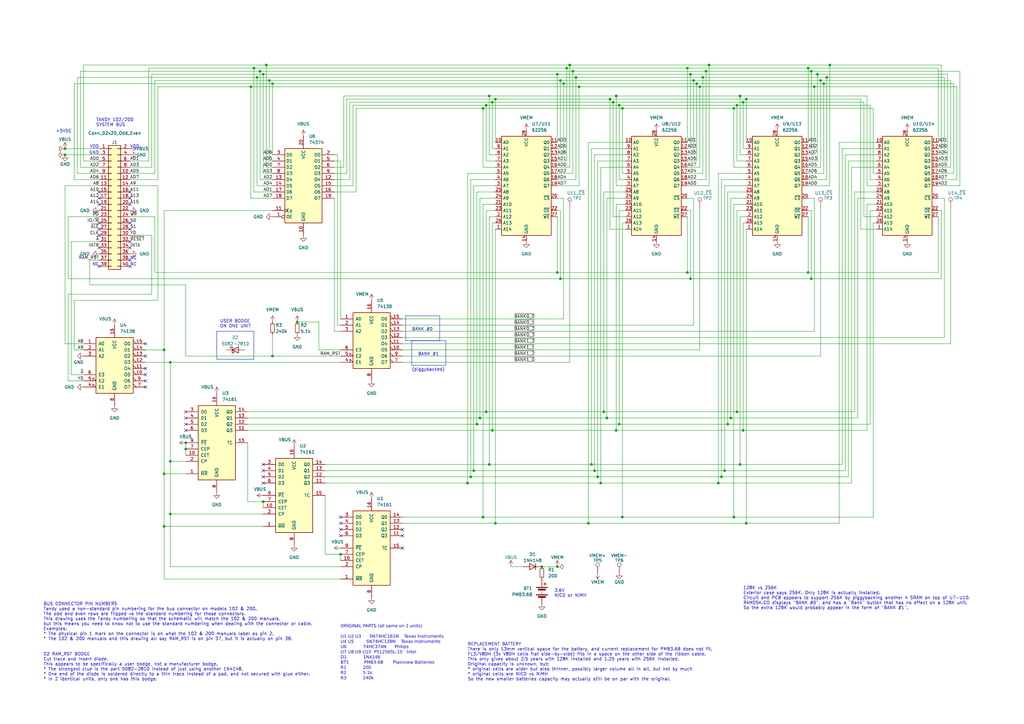
<source format=kicad_sch>
(kicad_sch (version 20230121) (generator eeschema)
  (paper "A3")
  (title_block (title "NODE DATAPAC 128K-256K") (date "2023-08-19") (rev "003") (company "Brian K. White - b.kenyon.w@gmail.com") (comment 1 "Schematic re-created from manual examination of physical units, not yet proven."))
  (junction (at 193.04 195.58))
  (junction (at 332.74 29.21))
  (junction (at 195.58 173.99))
  (junction (at 283.21 114.3))
  (junction (at 26.67 60.96))
  (junction (at 76.2 181.61))
  (junction (at 228.6 232.41))
  (junction (at 288.29 31.75))
  (junction (at 255.27 212.09))
  (junction (at 336.55 33.02))
  (junction (at 231.14 34.29))
  (junction (at 306.07 214.63))
  (junction (at 228.6 111.76))
  (junction (at 229.87 114.3))
  (junction (at 337.82 34.29))
  (junction (at 302.26 168.91))
  (junction (at 254 173.99))
  (junction (at 67.31 143.51))
  (junction (at 199.39 168.91))
  (junction (at 69.85 210.82))
  (junction (at 284.48 33.02))
  (junction (at 281.94 111.76))
  (junction (at 200.66 190.5))
  (junction (at 201.93 41.91))
  (junction (at 285.75 34.29))
  (junction (at 194.31 193.04))
  (junction (at 304.8 41.91))
  (junction (at 243.84 193.04))
  (junction (at 255.27 44.45))
  (junction (at 26.67 63.5))
  (junction (at 109.22 26.67))
  (junction (at 203.2 40.64))
  (junction (at 198.12 44.45))
  (junction (at 201.93 176.53))
  (junction (at 237.49 35.56))
  (junction (at 199.39 43.18))
  (junction (at 67.31 194.31))
  (junction (at 107.95 205.74))
  (junction (at 287.02 35.56))
  (junction (at 139.7 227.33))
  (junction (at 251.46 41.91))
  (junction (at 121.92 132.08))
  (junction (at 245.11 195.58))
  (junction (at 339.09 31.75))
  (junction (at 110.49 33.02))
  (junction (at 303.53 190.5))
  (junction (at 281.94 27.94))
  (junction (at 67.31 215.9))
  (junction (at 105.41 31.75))
  (junction (at 228.6 30.48))
  (junction (at 283.21 30.48))
  (junction (at 300.99 44.45))
  (junction (at 246.38 198.12))
  (junction (at 300.99 212.09))
  (junction (at 76.2 184.15))
  (junction (at 191.77 198.12))
  (junction (at 106.68 29.21))
  (junction (at 298.45 173.99))
  (junction (at 203.2 214.63))
  (junction (at 107.95 30.48))
  (junction (at 248.92 171.45))
  (junction (at 229.87 33.02))
  (junction (at 340.36 26.67))
  (junction (at 302.26 43.18))
  (junction (at 303.53 39.37))
  (junction (at 252.73 39.37))
  (junction (at 335.28 30.48))
  (junction (at 304.8 176.53))
  (junction (at 222.25 232.41))
  (junction (at 69.85 189.23))
  (junction (at 290.83 26.67))
  (junction (at 232.41 27.94))
  (junction (at 236.22 31.75))
  (junction (at 234.95 29.21))
  (junction (at 200.66 39.37))
  (junction (at 111.76 146.05))
  (junction (at 104.14 27.94))
  (junction (at 297.18 193.04))
  (junction (at 331.47 111.76))
  (junction (at 196.85 171.45))
  (junction (at 247.65 168.91))
  (junction (at 331.47 27.94))
  (junction (at 250.19 40.64))
  (junction (at 252.73 176.53))
  (junction (at 198.12 212.09))
  (junction (at 254 43.18))
  (junction (at 334.01 35.56))
  (junction (at 295.91 195.58))
  (junction (at 69.85 148.59))
  (junction (at 233.68 26.67))
  (junction (at 299.72 171.45))
  (junction (at 332.74 114.3))
  (junction (at 242.57 190.5))
  (junction (at 294.64 198.12))
  (junction (at 306.07 40.64))
  (junction (at 289.56 29.21))
  (junction (at 102.87 35.56))
  (junction (at 241.3 214.63))
  (junction (at 111.76 34.29))
  (no_connect (at 76.2 173.99))
  (no_connect (at 59.69 146.05))
  (no_connect (at 53.34 99.06))
  (no_connect (at 165.1 217.17))
  (no_connect (at 53.34 83.82))
  (no_connect (at 59.69 151.13))
  (no_connect (at 40.64 109.22))
  (no_connect (at 53.34 91.44))
  (no_connect (at 59.69 158.75))
  (no_connect (at 53.34 109.22))
  (no_connect (at 139.7 219.71))
  (no_connect (at 165.1 219.71))
  (no_connect (at 107.95 198.12))
  (no_connect (at 40.64 91.44))
  (no_connect (at 165.1 224.79))
  (no_connect (at 40.64 81.28))
  (no_connect (at 139.7 212.09))
  (no_connect (at 139.7 214.63))
  (no_connect (at 59.69 156.21))
  (no_connect (at 40.64 83.82))
  (no_connect (at 40.64 101.6))
  (no_connect (at 59.69 153.67))
  (no_connect (at 53.34 78.74))
  (no_connect (at 139.7 217.17))
  (no_connect (at 76.2 176.53))
  (no_connect (at 40.64 93.98))
  (no_connect (at 40.64 96.52))
  (no_connect (at 76.2 171.45))
  (no_connect (at 53.34 106.68))
  (no_connect (at 53.34 81.28))
  (no_connect (at 107.95 195.58))
  (no_connect (at 76.2 168.91))
  (no_connect (at 53.34 93.98))
  (no_connect (at 53.34 101.6))
  (no_connect (at 40.64 78.74))
  (no_connect (at 107.95 193.04))
  (no_connect (at 107.95 190.5))
  (no_connect (at 59.69 140.97))
  (wire (pts (xy 345.44 60.96) (xy 359.41 60.96)))
  (wire (pts (xy 203.2 88.9) (xy 200.66 88.9)))
  (wire (pts (xy 331.47 66.04) (xy 335.28 66.04)))
  (wire (pts (xy 109.22 26.67) (xy 233.68 26.67)))
  (wire (pts (xy 200.66 39.37) (xy 252.73 39.37)))
  (wire (pts (xy 389.89 33.02) (xy 389.89 68.58)))
  (polyline (pts (xy 104.14 147.32) (xy 104.14 135.89)))
  (wire (pts (xy 196.85 81.28) (xy 196.85 171.45)))
  (wire (pts (xy 201.93 176.53) (xy 252.73 176.53)))
  (wire (pts (xy 250.19 40.64) (xy 250.19 93.98)))
  (wire (pts (xy 143.51 41.91) (xy 143.51 73.66)))
  (wire (pts (xy 356.87 173.99) (xy 356.87 86.36)))
  (wire (pts (xy 355.6 76.2) (xy 359.41 76.2)))
  (wire (pts (xy 26.67 63.5) (xy 40.64 63.5)))
  (wire (pts (xy 228.6 30.48) (xy 283.21 30.48)))
  (wire (pts (xy 236.22 31.75) (xy 288.29 31.75)))
  (polyline (pts (xy 166.37 129.54) (xy 166.37 139.7)))
  (wire (pts (xy 335.28 30.48) (xy 335.28 66.04)))
  (wire (pts (xy 306.07 66.04) (xy 302.26 66.04)))
  (wire (pts (xy 200.66 63.5) (xy 203.2 63.5)))
  (wire (pts (xy 242.57 60.96) (xy 242.57 190.5)))
  (wire (pts (xy 64.77 76.2) (xy 64.77 123.19)))
  (wire (pts (xy 196.85 171.45) (xy 248.92 171.45)))
  (wire (pts (xy 76.2 181.61) (xy 76.2 184.15)))
  (wire (pts (xy 339.09 73.66) (xy 331.47 73.66)))
  (wire (pts (xy 344.17 214.63) (xy 344.17 58.42)))
  (wire (pts (xy 165.1 138.43) (xy 387.35 138.43)))
  (wire (pts (xy 200.66 88.9) (xy 200.66 190.5)))
  (wire (pts (xy 30.48 34.29) (xy 111.76 34.29)))
  (wire (pts (xy 31.75 71.12) (xy 40.64 71.12)))
  (wire (pts (xy 138.43 133.35) (xy 138.43 63.5)))
  (polyline (pts (xy 180.34 139.7) (xy 180.34 129.54)))
  (wire (pts (xy 60.96 27.94) (xy 60.96 66.04)))
  (wire (pts (xy 201.93 91.44) (xy 203.2 91.44)))
  (wire (pts (xy 281.94 68.58) (xy 287.02 68.58)))
  (wire (pts (xy 288.29 31.75) (xy 339.09 31.75)))
  (wire (pts (xy 36.83 116.84) (xy 76.2 116.84)))
  (wire (pts (xy 389.89 85.09) (xy 389.89 140.97)))
  (polyline (pts (xy 168.91 139.7) (xy 182.88 139.7)))
  (wire (pts (xy 111.76 34.29) (xy 111.76 63.5)))
  (wire (pts (xy 254 173.99) (xy 298.45 173.99)))
  (wire (pts (xy 203.2 214.63) (xy 241.3 214.63)))
  (wire (pts (xy 287.02 85.09) (xy 287.02 143.51)))
  (wire (pts (xy 387.35 31.75) (xy 387.35 63.5)))
  (wire (pts (xy 306.07 81.28) (xy 299.72 81.28)))
  (wire (pts (xy 59.69 143.51) (xy 67.31 143.51)))
  (wire (pts (xy 283.21 86.36) (xy 281.94 86.36)))
  (wire (pts (xy 300.99 44.45) (xy 358.14 44.45)))
  (wire (pts (xy 31.75 31.75) (xy 105.41 31.75)))
  (wire (pts (xy 256.54 71.12) (xy 255.27 71.12)))
  (wire (pts (xy 256.54 63.5) (xy 243.84 63.5)))
  (wire (pts (xy 287.02 35.56) (xy 334.01 35.56)))
  (wire (pts (xy 392.43 73.66) (xy 384.81 73.66)))
  (polyline (pts (xy 168.91 149.86) (xy 182.88 149.86)))
  (wire (pts (xy 289.56 29.21) (xy 332.74 29.21)))
  (wire (pts (xy 101.6 171.45) (xy 196.85 171.45)))
  (wire (pts (xy 76.2 146.05) (xy 111.76 146.05)))
  (wire (pts (xy 234.95 29.21) (xy 289.56 29.21)))
  (wire (pts (xy 281.94 27.94) (xy 281.94 58.42)))
  (wire (pts (xy 350.52 168.91) (xy 350.52 78.74)))
  (wire (pts (xy 250.19 40.64) (xy 306.07 40.64)))
  (wire (pts (xy 256.54 81.28) (xy 248.92 81.28)))
  (wire (pts (xy 30.48 143.51) (xy 34.29 143.51)))
  (wire (pts (xy 201.93 41.91) (xy 251.46 41.91)))
  (wire (pts (xy 332.74 86.36) (xy 331.47 86.36)))
  (wire (pts (xy 130.81 132.08) (xy 130.81 143.51)))
  (wire (pts (xy 345.44 190.5) (xy 345.44 60.96)))
  (wire (pts (xy 347.98 66.04) (xy 359.41 66.04)))
  (polyline (pts (xy 166.37 139.7) (xy 180.34 139.7)))
  (wire (pts (xy 203.2 40.64) (xy 250.19 40.64)))
  (wire (pts (xy 386.08 60.96) (xy 384.81 60.96)))
  (wire (pts (xy 243.84 193.04) (xy 297.18 193.04)))
  (polyline (pts (xy 182.88 149.86) (xy 182.88 139.7)))
  (wire (pts (xy 340.36 26.67) (xy 386.08 26.67)))
  (wire (pts (xy 34.29 26.67) (xy 109.22 26.67)))
  (wire (pts (xy 306.07 63.5) (xy 303.53 63.5)))
  (wire (pts (xy 198.12 44.45) (xy 198.12 68.58)))
  (wire (pts (xy 229.87 86.36) (xy 228.6 86.36)))
  (wire (pts (xy 139.7 227.33) (xy 133.35 227.33)))
  (wire (pts (xy 40.64 73.66) (xy 30.48 73.66)))
  (wire (pts (xy 165.1 140.97) (xy 389.89 140.97)))
  (wire (pts (xy 302.26 43.18) (xy 302.26 66.04)))
  (wire (pts (xy 110.49 66.04) (xy 111.76 66.04)))
  (wire (pts (xy 346.71 63.5) (xy 359.41 63.5)))
  (wire (pts (xy 104.14 27.94) (xy 232.41 27.94)))
  (wire (pts (xy 69.85 148.59) (xy 69.85 189.23)))
  (wire (pts (xy 137.16 71.12) (xy 142.24 71.12)))
  (wire (pts (xy 63.5 88.9) (xy 63.5 111.76)))
  (wire (pts (xy 336.55 85.09) (xy 336.55 146.05)))
  (wire (pts (xy 203.2 86.36) (xy 199.39 86.36)))
  (wire (pts (xy 245.11 66.04) (xy 245.11 195.58)))
  (wire (pts (xy 203.2 71.12) (xy 191.77 71.12)))
  (wire (pts (xy 34.29 156.21) (xy 27.94 156.21)))
  (wire (pts (xy 246.38 68.58) (xy 246.38 198.12)))
  (wire (pts (xy 281.94 27.94) (xy 331.47 27.94)))
  (wire (pts (xy 203.2 73.66) (xy 193.04 73.66)))
  (wire (pts (xy 233.68 85.09) (xy 233.68 148.59)))
  (wire (pts (xy 137.16 135.89) (xy 139.7 135.89)))
  (wire (pts (xy 101.6 176.53) (xy 201.93 176.53)))
  (wire (pts (xy 300.99 212.09) (xy 358.14 212.09)))
  (wire (pts (xy 203.2 78.74) (xy 195.58 78.74)))
  (wire (pts (xy 388.62 30.48) (xy 388.62 66.04)))
  (wire (pts (xy 231.14 34.29) (xy 231.14 63.5)))
  (wire (pts (xy 228.6 111.76) (xy 228.6 88.9)))
  (wire (pts (xy 302.26 168.91) (xy 350.52 168.91)))
  (wire (pts (xy 137.16 78.74) (xy 146.05 78.74)))
  (wire (pts (xy 67.31 215.9) (xy 67.31 237.49)))
  (wire (pts (xy 294.64 71.12) (xy 306.07 71.12)))
  (wire (pts (xy 62.23 30.48) (xy 107.95 30.48)))
  (wire (pts (xy 306.07 60.96) (xy 304.8 60.96)))
  (wire (pts (xy 201.93 60.96) (xy 201.93 41.91)))
  (wire (pts (xy 356.87 43.18) (xy 356.87 73.66)))
  (wire (pts (xy 111.76 76.2) (xy 105.41 76.2)))
  (wire (pts (xy 53.34 88.9) (xy 63.5 88.9)))
  (wire (pts (xy 349.25 198.12) (xy 349.25 68.58)))
  (wire (pts (xy 252.73 83.82) (xy 252.73 176.53)))
  (wire (pts (xy 334.01 81.28) (xy 331.47 81.28)))
  (wire (pts (xy 69.85 210.82) (xy 69.85 232.41)))
  (wire (pts (xy 232.41 27.94) (xy 232.41 66.04)))
  (wire (pts (xy 60.96 27.94) (xy 104.14 27.94)))
  (wire (pts (xy 30.48 143.51) (xy 30.48 123.19)))
  (wire (pts (xy 203.2 60.96) (xy 201.93 60.96)))
  (wire (pts (xy 104.14 78.74) (xy 111.76 78.74)))
  (wire (pts (xy 198.12 212.09) (xy 255.27 212.09)))
  (wire (pts (xy 67.31 215.9) (xy 107.95 215.9)))
  (wire (pts (xy 306.07 78.74) (xy 298.45 78.74)))
  (wire (pts (xy 33.02 29.21) (xy 106.68 29.21)))
  (wire (pts (xy 384.81 111.76) (xy 384.81 88.9)))
  (wire (pts (xy 252.73 176.53) (xy 304.8 176.53)))
  (wire (pts (xy 106.68 29.21) (xy 106.68 73.66)))
  (wire (pts (xy 306.07 76.2) (xy 297.18 76.2)))
  (wire (pts (xy 242.57 190.5) (xy 303.53 190.5)))
  (wire (pts (xy 194.31 76.2) (xy 194.31 193.04)))
  (wire (pts (xy 195.58 78.74) (xy 195.58 173.99)))
  (wire (pts (xy 76.2 186.69) (xy 76.2 184.15)))
  (wire (pts (xy 331.47 63.5) (xy 334.01 63.5)))
  (polyline (pts (xy 88.9 147.32) (xy 104.14 147.32)))
  (wire (pts (xy 332.74 114.3) (xy 386.08 114.3)))
  (wire (pts (xy 306.07 40.64) (xy 353.06 40.64)))
  (wire (pts (xy 284.48 81.28) (xy 281.94 81.28)))
  (wire (pts (xy 306.07 214.63) (xy 344.17 214.63)))
  (wire (pts (xy 139.7 227.33) (xy 139.7 229.87)))
  (wire (pts (xy 53.34 66.04) (xy 60.96 66.04)))
  (wire (pts (xy 358.14 91.44) (xy 359.41 91.44)))
  (wire (pts (xy 288.29 71.12) (xy 281.94 71.12)))
  (wire (pts (xy 251.46 41.91) (xy 251.46 88.9)))
  (wire (pts (xy 332.74 86.36) (xy 332.74 114.3)))
  (wire (pts (xy 67.31 194.31) (xy 76.2 194.31)))
  (wire (pts (xy 303.53 88.9) (xy 303.53 190.5)))
  (wire (pts (xy 285.75 66.04) (xy 281.94 66.04)))
  (wire (pts (xy 231.14 34.29) (xy 285.75 34.29)))
  (wire (pts (xy 393.7 76.2) (xy 384.81 76.2)))
  (wire (pts (xy 256.54 66.04) (xy 245.11 66.04)))
  (wire (pts (xy 283.21 86.36) (xy 283.21 114.3)))
  (polyline (pts (xy 168.91 139.7) (xy 168.91 149.86)))
  (wire (pts (xy 102.87 35.56) (xy 237.49 35.56)))
  (wire (pts (xy 355.6 83.82) (xy 359.41 83.82)))
  (wire (pts (xy 142.24 71.12) (xy 142.24 40.64)))
  (wire (pts (xy 285.75 34.29) (xy 285.75 66.04)))
  (wire (pts (xy 34.29 153.67) (xy 29.21 153.67)))
  (wire (pts (xy 283.21 30.48) (xy 283.21 60.96)))
  (wire (pts (xy 256.54 76.2) (xy 252.73 76.2)))
  (wire (pts (xy 331.47 71.12) (xy 337.82 71.12)))
  (wire (pts (xy 26.67 76.2) (xy 26.67 140.97)))
  (wire (pts (xy 203.2 66.04) (xy 199.39 66.04)))
  (wire (pts (xy 237.49 35.56) (xy 287.02 35.56)))
  (wire (pts (xy 299.72 171.45) (xy 351.79 171.45)))
  (wire (pts (xy 255.27 44.45) (xy 255.27 71.12)))
  (wire (pts (xy 281.94 60.96) (xy 283.21 60.96)))
  (wire (pts (xy 203.2 68.58) (xy 198.12 68.58)))
  (wire (pts (xy 111.76 137.16) (xy 111.76 146.05)))
  (wire (pts (xy 198.12 83.82) (xy 198.12 212.09)))
  (wire (pts (xy 53.34 76.2) (xy 64.77 76.2)))
  (wire (pts (xy 252.73 39.37) (xy 303.53 39.37)))
  (wire (pts (xy 198.12 44.45) (xy 255.27 44.45)))
  (wire (pts (xy 200.66 39.37) (xy 200.66 63.5)))
  (wire (pts (xy 101.6 181.61) (xy 101.6 205.74)))
  (wire (pts (xy 281.94 111.76) (xy 331.47 111.76)))
  (wire (pts (xy 237.49 35.56) (xy 237.49 76.2)))
  (wire (pts (xy 203.2 81.28) (xy 196.85 81.28)))
  (wire (pts (xy 111.76 73.66) (xy 106.68 73.66)))
  (wire (pts (xy 339.09 31.75) (xy 339.09 73.66)))
  (wire (pts (xy 228.6 76.2) (xy 237.49 76.2)))
  (wire (pts (xy 304.8 41.91) (xy 354.33 41.91)))
  (wire (pts (xy 137.16 73.66) (xy 143.51 73.66)))
  (wire (pts (xy 33.02 68.58) (xy 33.02 29.21)))
  (wire (pts (xy 27.94 156.21) (xy 27.94 120.65)))
  (wire (pts (xy 245.11 195.58) (xy 295.91 195.58)))
  (wire (pts (xy 69.85 148.59) (xy 139.7 148.59)))
  (wire (pts (xy 302.26 43.18) (xy 356.87 43.18)))
  (wire (pts (xy 105.41 31.75) (xy 105.41 76.2)))
  (wire (pts (xy 255.27 91.44) (xy 255.27 212.09)))
  (wire (pts (xy 191.77 198.12) (xy 246.38 198.12)))
  (wire (pts (xy 350.52 78.74) (xy 359.41 78.74)))
  (wire (pts (xy 331.47 27.94) (xy 384.81 27.94)))
  (polyline (pts (xy 88.9 135.89) (xy 88.9 147.32)))
  (wire (pts (xy 337.82 71.12) (xy 337.82 34.29)))
  (wire (pts (xy 165.1 130.81) (xy 231.14 130.81)))
  (wire (pts (xy 27.94 88.9) (xy 27.94 114.3)))
  (wire (pts (xy 340.36 76.2) (xy 331.47 76.2)))
  (wire (pts (xy 306.07 40.64) (xy 306.07 58.42)))
  (wire (pts (xy 111.76 146.05) (xy 139.7 146.05)))
  (wire (pts (xy 234.95 29.21) (xy 234.95 71.12)))
  (wire (pts (xy 247.65 78.74) (xy 247.65 168.91)))
  (wire (pts (xy 26.67 76.2) (xy 40.64 76.2)))
  (wire (pts (xy 353.06 40.64) (xy 353.06 93.98)))
  (polyline (pts (xy 166.37 129.54) (xy 180.34 129.54)))
  (wire (pts (xy 386.08 114.3) (xy 386.08 86.36)))
  (wire (pts (xy 281.94 88.9) (xy 281.94 111.76)))
  (wire (pts (xy 303.53 39.37) (xy 355.6 39.37)))
  (wire (pts (xy 199.39 43.18) (xy 199.39 66.04)))
  (wire (pts (xy 142.24 40.64) (xy 203.2 40.64)))
  (wire (pts (xy 355.6 39.37) (xy 355.6 76.2)))
  (wire (pts (xy 354.33 88.9) (xy 359.41 88.9)))
  (wire (pts (xy 53.34 73.66) (xy 64.77 73.66)))
  (wire (pts (xy 356.87 86.36) (xy 359.41 86.36)))
  (wire (pts (xy 300.99 83.82) (xy 306.07 83.82)))
  (wire (pts (xy 391.16 71.12) (xy 391.16 34.29)))
  (wire (pts (xy 62.23 120.65) (xy 62.23 96.52)))
  (wire (pts (xy 247.65 168.91) (xy 302.26 168.91)))
  (wire (pts (xy 336.55 33.02) (xy 389.89 33.02)))
  (wire (pts (xy 283.21 30.48) (xy 335.28 30.48)))
  (wire (pts (xy 228.6 63.5) (xy 231.14 63.5)))
  (wire (pts (xy 144.78 76.2) (xy 144.78 43.18)))
  (wire (pts (xy 200.66 190.5) (xy 242.57 190.5)))
  (wire (pts (xy 353.06 93.98) (xy 359.41 93.98)))
  (wire (pts (xy 101.6 205.74) (xy 107.95 205.74)))
  (wire (pts (xy 199.39 43.18) (xy 254 43.18)))
  (wire (pts (xy 69.85 189.23) (xy 76.2 189.23)))
  (wire (pts (xy 389.89 68.58) (xy 384.81 68.58)))
  (wire (pts (xy 231.14 81.28) (xy 228.6 81.28)))
  (wire (pts (xy 165.1 133.35) (xy 284.48 133.35)))
  (wire (pts (xy 102.87 35.56) (xy 102.87 81.28)))
  (wire (pts (xy 198.12 83.82) (xy 203.2 83.82)))
  (wire (pts (xy 233.68 26.67) (xy 233.68 68.58)))
  (wire (pts (xy 69.85 232.41) (xy 139.7 232.41)))
  (wire (pts (xy 306.07 68.58) (xy 300.99 68.58)))
  (wire (pts (xy 241.3 58.42) (xy 241.3 214.63)))
  (wire (pts (xy 358.14 71.12) (xy 359.41 71.12)))
  (wire (pts (xy 133.35 195.58) (xy 193.04 195.58)))
  (wire (pts (xy 331.47 27.94) (xy 331.47 58.42)))
  (wire (pts (xy 139.7 66.04) (xy 139.7 130.81)))
  (polyline (pts (xy 88.9 135.89) (xy 104.14 135.89)))
  (wire (pts (xy 332.74 60.96) (xy 331.47 60.96)))
  (wire (pts (xy 256.54 60.96) (xy 242.57 60.96)))
  (wire (pts (xy 228.6 73.66) (xy 236.22 73.66)))
  (wire (pts (xy 69.85 189.23) (xy 69.85 210.82)))
  (wire (pts (xy 67.31 194.31) (xy 67.31 215.9)))
  (wire (pts (xy 137.16 76.2) (xy 144.78 76.2)))
  (wire (pts (xy 26.67 60.96) (xy 40.64 60.96)))
  (wire (pts (xy 303.53 39.37) (xy 303.53 63.5)))
  (wire (pts (xy 29.21 99.06) (xy 40.64 99.06)))
  (wire (pts (xy 165.1 212.09) (xy 198.12 212.09)))
  (wire (pts (xy 246.38 198.12) (xy 294.64 198.12)))
  (wire (pts (xy 63.5 33.02) (xy 110.49 33.02)))
  (wire (pts (xy 137.16 66.04) (xy 139.7 66.04)))
  (wire (pts (xy 339.09 31.75) (xy 387.35 31.75)))
  (wire (pts (xy 27.94 120.65) (xy 62.23 120.65)))
  (wire (pts (xy 336.55 33.02) (xy 336.55 68.58)))
  (wire (pts (xy 137.16 68.58) (xy 140.97 68.58)))
  (wire (pts (xy 105.41 31.75) (xy 236.22 31.75)))
  (wire (pts (xy 31.75 31.75) (xy 31.75 71.12)))
  (wire (pts (xy 256.54 88.9) (xy 251.46 88.9)))
  (wire (pts (xy 34.29 26.67) (xy 34.29 66.04)))
  (wire (pts (xy 303.53 190.5) (xy 345.44 190.5)))
  (wire (pts (xy 284.48 63.5) (xy 281.94 63.5)))
  (wire (pts (xy 392.43 35.56) (xy 392.43 73.66)))
  (wire (pts (xy 30.48 73.66) (xy 30.48 34.29)))
  (wire (pts (xy 393.7 29.21) (xy 393.7 76.2)))
  (wire (pts (xy 67.31 86.36) (xy 111.76 86.36)))
  (wire (pts (xy 332.74 29.21) (xy 393.7 29.21)))
  (wire (pts (xy 121.92 132.08) (xy 130.81 132.08)))
  (wire (pts (xy 300.99 83.82) (xy 300.99 212.09)))
  (wire (pts (xy 133.35 227.33) (xy 133.35 203.2)))
  (wire (pts (xy 104.14 27.94) (xy 104.14 78.74)))
  (wire (pts (xy 290.83 26.67) (xy 290.83 76.2)))
  (wire (pts (xy 64.77 35.56) (xy 102.87 35.56)))
  (wire (pts (xy 290.83 26.67) (xy 340.36 26.67)))
  (wire (pts (xy 297.18 76.2) (xy 297.18 193.04)))
  (wire (pts (xy 297.18 193.04) (xy 346.71 193.04)))
  (wire (pts (xy 289.56 29.21) (xy 289.56 73.66)))
  (wire (pts (xy 111.76 71.12) (xy 107.95 71.12)))
  (wire (pts (xy 355.6 176.53) (xy 355.6 83.82)))
  (wire (pts (xy 201.93 91.44) (xy 201.93 176.53)))
  (wire (pts (xy 334.01 35.56) (xy 392.43 35.56)))
  (wire (pts (xy 62.23 68.58) (xy 62.23 30.48)))
  (wire (pts (xy 284.48 33.02) (xy 336.55 33.02)))
  (wire (pts (xy 139.7 133.35) (xy 138.43 133.35)))
  (wire (pts (xy 337.82 34.29) (xy 391.16 34.29)))
  (wire (pts (xy 140.97 39.37) (xy 200.66 39.37)))
  (wire (pts (xy 290.83 76.2) (xy 281.94 76.2)))
  (wire (pts (xy 241.3 214.63) (xy 306.07 214.63)))
  (wire (pts (xy 36.83 106.68) (xy 40.64 106.68)))
  (wire (pts (xy 191.77 71.12) (xy 191.77 198.12)))
  (wire (pts (xy 203.2 76.2) (xy 194.31 76.2)))
  (wire (pts (xy 304.8 91.44) (xy 304.8 176.53)))
  (wire (pts (xy 331.47 111.76) (xy 384.81 111.76)))
  (wire (pts (xy 40.64 68.58) (xy 33.02 68.58)))
  (wire (pts (xy 306.07 88.9) (xy 303.53 88.9)))
  (wire (pts (xy 332.74 29.21) (xy 332.74 60.96)))
  (wire (pts (xy 53.34 71.12) (xy 63.5 71.12)))
  (wire (pts (xy 285.75 34.29) (xy 337.82 34.29)))
  (wire (pts (xy 229.87 86.36) (xy 229.87 114.3)))
  (wire (pts (xy 384.81 27.94) (xy 384.81 58.42)))
  (wire (pts (xy 284.48 33.02) (xy 284.48 63.5)))
  (wire (pts (xy 331.47 111.76) (xy 331.47 88.9)))
  (wire (pts (xy 295.91 73.66) (xy 295.91 195.58)))
  (wire (pts (xy 298.45 173.99) (xy 356.87 173.99)))
  (wire (pts (xy 295.91 195.58) (xy 347.98 195.58)))
  (wire (pts (xy 107.95 30.48) (xy 107.95 71.12)))
  (wire (pts (xy 233.68 26.67) (xy 290.83 26.67)))
  (wire (pts (xy 194.31 193.04) (xy 243.84 193.04)))
  (wire (pts (xy 298.45 78.74) (xy 298.45 173.99)))
  (wire (pts (xy 195.58 173.99) (xy 254 173.99)))
  (wire (pts (xy 256.54 83.82) (xy 252.73 83.82)))
  (wire (pts (xy 354.33 41.91) (xy 354.33 88.9)))
  (wire (pts (xy 386.08 26.67) (xy 386.08 60.96)))
  (wire (pts (xy 336.55 68.58) (xy 331.47 68.58)))
  (wire (pts (xy 63.5 71.12) (xy 63.5 33.02)))
  (wire (pts (xy 241.3 58.42) (xy 256.54 58.42)))
  (wire (pts (xy 165.1 148.59) (xy 233.68 148.59)))
  (wire (pts (xy 29.21 99.06) (xy 29.21 153.67)))
  (wire (pts (xy 254 86.36) (xy 254 173.99)))
  (wire (pts (xy 138.43 63.5) (xy 137.16 63.5)))
  (wire (pts (xy 351.79 81.28) (xy 359.41 81.28)))
  (wire (pts (xy 256.54 93.98) (xy 250.19 93.98)))
  (wire (pts (xy 254 43.18) (xy 302.26 43.18)))
  (wire (pts (xy 101.6 173.99) (xy 195.58 173.99)))
  (wire (pts (xy 304.8 41.91) (xy 304.8 60.96)))
  (wire (pts (xy 255.27 91.44) (xy 256.54 91.44)))
  (wire (pts (xy 284.48 133.35) (xy 284.48 81.28)))
  (wire (pts (xy 140.97 68.58) (xy 140.97 39.37)))
  (wire (pts (xy 287.02 35.56) (xy 287.02 68.58)))
  (wire (pts (xy 109.22 26.67) (xy 109.22 68.58)))
  (wire (pts (xy 69.85 210.82) (xy 107.95 210.82)))
  (wire (pts (xy 130.81 143.51) (xy 139.7 143.51)))
  (wire (pts (xy 351.79 171.45) (xy 351.79 81.28)))
  (wire (pts (xy 62.23 96.52) (xy 53.34 96.52)))
  (wire (pts (xy 165.1 135.89) (xy 334.01 135.89)))
  (wire (pts (xy 388.62 66.04) (xy 384.81 66.04)))
  (wire (pts (xy 256.54 86.36) (xy 254 86.36)))
  (wire (pts (xy 288.29 31.75) (xy 288.29 71.12)))
  (wire (pts (xy 146.05 44.45) (xy 198.12 44.45)))
  (wire (pts (xy 76.2 116.84) (xy 76.2 146.05)))
  (wire (pts (xy 27.94 114.3) (xy 229.87 114.3)))
  (wire (pts (xy 346.71 193.04) (xy 346.71 63.5)))
  (wire (pts (xy 111.76 34.29) (xy 231.14 34.29)))
  (wire (pts (xy 209.55 232.41) (xy 214.63 232.41)))
  (wire (pts (xy 133.35 193.04) (xy 194.31 193.04)))
  (wire (pts (xy 347.98 195.58) (xy 347.98 66.04)))
  (wire (pts (xy 256.54 68.58) (xy 246.38 68.58)))
  (wire (pts (xy 334.01 35.56) (xy 334.01 63.5)))
  (wire (pts (xy 255.27 212.09) (xy 300.99 212.09)))
  (wire (pts (xy 199.39 86.36) (xy 199.39 168.91)))
  (wire (pts (xy 222.25 232.41) (xy 228.6 232.41)))
  (wire (pts (xy 34.29 66.04) (xy 40.64 66.04)))
  (wire (pts (xy 143.51 41.91) (xy 201.93 41.91)))
  (wire (pts (xy 248.92 171.45) (xy 299.72 171.45)))
  (wire (pts (xy 111.76 68.58) (xy 109.22 68.58)))
  (wire (pts (xy 306.07 93.98) (xy 306.07 214.63)))
  (wire (pts (xy 228.6 66.04) (xy 232.41 66.04)))
  (wire (pts (xy 165.1 214.63) (xy 203.2 214.63)))
  (wire (pts (xy 165.1 143.51) (xy 287.02 143.51)))
  (wire (pts (xy 252.73 39.37) (xy 252.73 76.2)))
  (wire (pts (xy 203.2 40.64) (xy 203.2 58.42)))
  (wire (pts (xy 229.87 114.3) (xy 283.21 114.3)))
  (wire (pts (xy 203.2 93.98) (xy 203.2 214.63)))
  (wire (pts (xy 53.34 68.58) (xy 62.23 68.58)))
  (wire (pts (xy 335.28 30.48) (xy 388.62 30.48)))
  (wire (pts (xy 256.54 73.66) (xy 254 73.66)))
  (wire (pts (xy 387.35 63.5) (xy 384.81 63.5)))
  (wire (pts (xy 165.1 146.05) (xy 336.55 146.05)))
  (wire (pts (xy 229.87 33.02) (xy 229.87 60.96)))
  (wire (pts (xy 228.6 111.76) (xy 281.94 111.76)))
  (wire (pts (xy 107.95 30.48) (xy 228.6 30.48)))
  (wire (pts (xy 384.81 71.12) (xy 391.16 71.12)))
  (wire (pts (xy 236.22 31.75) (xy 236.22 73.66)))
  (wire (pts (xy 193.04 73.66) (xy 193.04 195.58)))
  (wire (pts (xy 231.14 130.81) (xy 231.14 81.28)))
  (wire (pts (xy 229.87 33.02) (xy 284.48 33.02)))
  (wire (pts (xy 386.08 86.36) (xy 384.81 86.36)))
  (wire (pts (xy 306.07 73.66) (xy 295.91 73.66)))
  (wire (pts (xy 36.83 116.84) (xy 36.83 106.68)))
  (wire (pts (xy 26.67 140.97) (xy 34.29 140.97)))
  (wire (pts (xy 233.68 68.58) (xy 228.6 68.58)))
  (wire (pts (xy 349.25 68.58) (xy 359.41 68.58)))
  (wire (pts (xy 229.87 33.02) (xy 110.49 33.02)))
  (wire (pts (xy 137.16 135.89) (xy 137.16 81.28)))
  (wire (pts (xy 283.21 114.3) (xy 332.74 114.3)))
  (wire (pts (xy 67.31 86.36) (xy 67.31 143.51)))
  (wire (pts (xy 232.41 27.94) (xy 281.94 27.94)))
  (wire (pts (xy 144.78 43.18) (xy 199.39 43.18)))
  (wire (pts (xy 67.31 143.51) (xy 67.31 194.31)))
  (wire (pts (xy 110.49 33.02) (xy 110.49 66.04)))
  (wire (pts (xy 302.26 86.36) (xy 302.26 168.91)))
  (wire (pts (xy 243.84 63.5) (xy 243.84 193.04)))
  (wire (pts (xy 358.14 212.09) (xy 358.14 91.44)))
  (wire (pts (xy 111.76 81.28) (xy 102.87 81.28)))
  (wire (pts (xy 304.8 176.53) (xy 355.6 176.53)))
  (wire (pts (xy 107.95 205.74) (xy 107.95 208.28)))
  (wire (pts (xy 146.05 78.74) (xy 146.05 44.45)))
  (wire (pts (xy 356.87 73.66) (xy 359.41 73.66)))
  (wire (pts (xy 64.77 73.66) (xy 64.77 35.56)))
  (wire (pts (xy 101.6 168.91) (xy 199.39 168.91)))
  (wire (pts (xy 248.92 81.28) (xy 248.92 171.45)))
  (wire (pts (xy 193.04 195.58) (xy 245.11 195.58)))
  (wire (pts (xy 255.27 44.45) (xy 300.99 44.45)))
  (wire (pts (xy 234.95 71.12) (xy 228.6 71.12)))
  (wire (pts (xy 63.5 111.76) (xy 228.6 111.76)))
  (wire (pts (xy 247.65 78.74) (xy 256.54 78.74)))
  (wire (pts (xy 289.56 73.66) (xy 281.94 73.66)))
  (wire (pts (xy 300.99 68.58) (xy 300.99 44.45)))
  (wire (pts (xy 254 43.18) (xy 254 73.66)))
  (wire (pts (xy 294.64 198.12) (xy 349.25 198.12)))
  (wire (pts (xy 358.14 44.45) (xy 358.14 71.12)))
  (wire (pts (xy 67.31 237.49) (xy 139.7 237.49)))
  (wire (pts (xy 133.35 190.5) (xy 200.66 190.5)))
  (wire (pts (xy 228.6 30.48) (xy 228.6 58.42)))
  (wire (pts (xy 299.72 81.28) (xy 299.72 171.45)))
  (wire (pts (xy 340.36 26.67) (xy 340.36 76.2)))
  (wire (pts (xy 344.17 58.42) (xy 359.41 58.42)))
  (wire (pts (xy 106.68 29.21) (xy 234.95 29.21)))
  (wire (pts (xy 294.64 71.12) (xy 294.64 198.12)))
  (wire (pts (xy 304.8 91.44) (xy 306.07 91.44)))
  (wire (pts (xy 387.35 138.43) (xy 387.35 81.28)))
  (wire (pts (xy 30.48 123.19) (xy 64.77 123.19)))
  (wire (pts (xy 229.87 60.96) (xy 228.6 60.96)))
  (wire (pts (xy 387.35 81.28) (xy 384.81 81.28)))
  (wire (pts (xy 306.07 86.36) (xy 302.26 86.36)))
  (wire (pts (xy 199.39 168.91) (xy 247.65 168.91)))
  (wire (pts (xy 133.35 198.12) (xy 191.77 198.12)))
  (wire (pts (xy 251.46 41.91) (xy 304.8 41.91)))
  (wire (pts (xy 59.69 148.59) (xy 69.85 148.59)))
  (wire (pts (xy 40.64 88.9) (xy 27.94 88.9)))
  (wire (pts (xy 334.01 135.89) (xy 334.01 81.28)))
  (text "128K vs 256K\nExterior case says 256K. Only 128K is actually installed.\nCircuit and PCB appears to support 256K by piggybacking another 4 SRAM on top of U7-U10.\nRAMDSK.CO displays \"BANK #0\", and has a \"Bank\" button that has no effect on a 128K unit.\nSo the extra 128K would probably appear in the form of \"BANK #1\".\n" (at 304.8 250.19 0) (effects (font (size 1.27 1.27)) (justify left bottom)))
  (text "TANDY 102/200\nSYSTEM BUS" (at 39.37 52.07 0) (effects (font (size 1.27 1.27)) (justify left bottom)))
  (text "+5VDC" (at 22.86 54.61 0) (effects (font (size 1.27 1.27)) (justify left bottom)))
  (text "D2 RAM_RST BODGE\nCut trace and insert diode.\nThis appears to be specifically a user bodge, not a manufacturer bodge.\n* The strongest clue is the part 5082-2810 instead of just using another 1N4148.\n* One end of the diode is soldered directly to a thin trace instead of a pad, and not secured with glue either.\n* In 2 identical units, only one has this bodge.\n" (at 17.78 279.4 0) (effects (font (size 1.27 1.27)) (justify left bottom)))
  (text "BANK #0" (at 168.91 135.89 0) (effects (font (size 1.27 1.27)) (justify left bottom)))
  (text "NC" (at 53.34 109.22 0) (effects (font (size 1.27 1.27)) (justify left bottom)))
  (text "NC" (at 53.34 106.68 0) (effects (font (size 1.27 1.27)) (justify left bottom)))
  (text "BANK #1" (at 171.45 146.05 0) (effects (font (size 1.27 1.27)) (justify left bottom)))
  (text "3.6V\nNiCD or NiMH" (at 227.33 245.11 0) (effects (font (size 1.27 1.27)) (justify left bottom)))
  (text "USER BODGE\nON ONE UNIT" (at 90.17 134.62 0) (effects (font (size 1.27 1.27)) (justify left bottom)))
  (text "(piggybacked)" (at 168.91 152.4 0) (effects (font (size 1.27 1.27)) (justify left bottom)))
  (text "GND" (at 40.64 63.5 0) (effects (font (size 1.27 1.27)) (justify right bottom)))
  (text "BUS CONNECTOR PIN NUMBERS\nTandy used a non-standard pin numbering for the bus connector on models 102 & 200.\nThe odd and even rows are flipped vs the standard numbering for those connectors.\nThis drawing uses the Tandy numbering so that the schematic will match the 102 & 200 manuals,\nbut this means you need to know not to use the standard numbering when dealing with the connector or cable.\nExamples:\n* The physical pin 1 mark on the connector is on what the 102 & 200 manuals label as pin 2.\n* The 102 & 200 manuals and this drawing all say RAM_RST is on pin 37, but it is actually on pin 38." (at 17.78 262.89 0) (effects (font (size 1.27 1.27)) (justify left bottom)))
  (text "VDD" (at 40.64 60.96 0) (effects (font (size 1.27 1.27)) (justify right bottom)))
  (text "REPLACEMENT BATTERY\nThere is only 13mm vertical space for the battery, and current replacement for PMB3.6B does not fit.\nFL3/V80H (3x V80H cells flat side-by-side) fits in a space on the other side of the ribbon cable.\nThis only gives about 2.5 years with 128K installed and 1.25 years with 256K installed.\nOriginal capacity is unknown, but:\n* original cells are wider but also thinner, possibly larger volume all in all, but not by much\n* original cells are NiCD vs NiMH\nSo the new smaller batteries capacity may actually still be on par with the original." (at 191.77 279.4 0) (effects (font (size 1.27 1.27)) (justify left bottom)))
  (text "ORIGINAL PARTS (all same on 2 units)\n\nU1 U2 U3      SN74HC161N    Texas Instruments\nU4 U5         SN74HC138N    Texas Instruments\nU6            74HC374N      Philips\nU7 U8 U9 U10  P51256SL-10   Intel\nD1            1N4148\nBT1           PMB3.6B       Plainview Batteries\nR1            200\nR2            5.1k\nR3            240k" (at 139.7 279.4 0) (effects (font (size 1.27 1.27)) (justify left bottom)))
  (text "NC" (at 40.64 109.22 0) (effects (font (size 1.27 1.27)) (justify right bottom)))
  (text "VDD" (at 53.34 60.96 0) (effects (font (size 1.27 1.27)) (justify left bottom)))
  (label "A8" (at 40.64 76.2 180))
  (label "AD3" (at 53.34 68.58 0))
  (label "AD4" (at 384.81 63.5 0))
  (label "AD5" (at 384.81 68.58 0))
  (label "AD5" (at 111.76 66.04 180))
  (label "~{ALE}" (at 40.64 93.98 180))
  (label "AD0" (at 228.6 68.58 0))
  (label "AD5" (at 228.6 60.96 0))
  (label "~{BANK0_2}" (at 210.82 135.89 0))
  (label "AD1" (at 384.81 58.42 0))
  (label "AD7" (at 331.47 63.5 0))
  (label "AD6" (at 111.76 63.5 180))
  (label "Y0" (at 34.29 156.21 180))
  (label "INTR" (at 40.64 101.6 180))
  (label "AD1" (at 53.34 66.04 0))
  (label "AD4" (at 281.94 71.12 0))
  (label "RAM_RST" (at 40.64 106.68 180))
  (label "AD7" (at 384.81 73.66 0))
  (label "AD7" (at 53.34 73.66 0))
  (label "AD2" (at 40.64 68.58 180))
  (label "A12" (at 40.64 81.28 180))
  (label "Y0" (at 53.34 96.52 0))
  (label "AD4" (at 331.47 73.66 0))
  (label "AD0" (at 331.47 76.2 0))
  (label "~{BANK0_0}" (at 210.82 130.81 0))
  (label "AD1" (at 281.94 58.42 0))
  (label "~{BANK0_1}" (at 210.82 133.35 0))
  (label "AD3" (at 228.6 58.42 0))
  (label "AD6" (at 228.6 63.5 0))
  (label "AD0" (at 111.76 68.58 180))
  (label "AD2" (at 384.81 76.2 0))
  (label "~{A}" (at 34.29 153.67 180))
  (label "AD6" (at 331.47 71.12 0))
  (label "~{BANK1_0}" (at 210.82 148.59 0))
  (label "A14" (at 40.64 83.82 180))
  (label "~{RESET}" (at 53.34 99.06 0))
  (label "~{BANK1_3}" (at 210.82 140.97 0))
  (label "AD2" (at 281.94 73.66 0))
  (label "AD0" (at 384.81 60.96 0))
  (label "AD5" (at 331.47 68.58 0))
  (label "AD6" (at 40.64 73.66 180))
  (label "~{BANK1_2}" (at 210.82 146.05 0))
  (label "AD2" (at 331.47 60.96 0))
  (label "~{BANK0_3}" (at 210.82 138.43 0))
  (label "AD4" (at 111.76 76.2 180))
  (label "AD2" (at 111.76 73.66 180))
  (label "AD1" (at 331.47 58.42 0))
  (label "S1" (at 53.34 93.98 0))
  (label "AD7" (at 228.6 76.2 0))
  (label "INTA" (at 53.34 101.6 0))
  (label "AD0" (at 40.64 66.04 180))
  (label "AD4" (at 228.6 73.66 0))
  (label "A11" (at 53.34 78.74 0))
  (label "AD6" (at 281.94 66.04 0))
  (label "AD6" (at 384.81 71.12 0))
  (label "A15" (at 53.34 83.82 0))
  (label "A9" (at 34.29 143.51 180))
  (label "~{BANK1_1}" (at 210.82 143.51 0))
  (label "CLK" (at 40.64 96.52 180))
  (label "AD4" (at 40.64 71.12 180))
  (label "RAM_RST" (at 139.7 146.05 180))
  (label "IO{slash}~{M}" (at 40.64 91.44 180))
  (label "A8" (at 34.29 140.97 180))
  (label "AD1" (at 228.6 66.04 0))
  (label "AD7" (at 111.76 81.28 180))
  (label "AD0" (at 281.94 76.2 0))
  (label "AD1" (at 111.76 78.74 180))
  (label "S0" (at 53.34 91.44 0))
  (label "~{WR}" (at 53.34 88.9 0))
  (label "~{A}" (at 40.64 99.06 180))
  (label "AD5" (at 281.94 63.5 0))
  (label "A9" (at 53.34 76.2 0))
  (label "AD2" (at 228.6 71.12 0))
  (label "AD3" (at 384.81 66.04 0))
  (label "~{RD}" (at 40.64 88.9 180))
  (label "AD3" (at 281.94 60.96 0))
  (label "A10" (at 40.64 78.74 180))
  (label "AD5" (at 53.34 71.12 0))
  (label "A13" (at 53.34 81.28 0))
  (label "AD3" (at 331.47 66.04 0))
  (label "AD3" (at 111.76 71.12 180))
  (label "AD7" (at 281.94 68.58 0))
  (symbol (lib_id "Connector:TestPoint") (at 336.55 85.09 0) (unit 1)
    (property "Reference" "TP3" (at 337.82 81.28 0) (effects (justify left)))
    (property "Value" "U13_~{CS}" (at 337.82 80.01 0) (effects (justify bottom)))
    (property "Footprint" "000_LOCAL:TP_THT" (effects hide))
  )
  (symbol (lib_id "power:GND") (at 222.25 247.65 0) (unit 1)
    (property "Reference" "#PWR012" (effects hide))
    (property "Value" "GND" (at 222.25 252.73 0))
  )
  (symbol (lib_id "power:VMEM") (at 269.24 53.34 0) (unit 1)
    (property "Reference" "#PWR029" (effects hide))
    (property "Value" "VMEM" (at 269.24 48.26 0))
  )
  (symbol (lib_id "000_LOCAL:62256-DIP") (at 372.11 76.2 0) (unit 1)
    (property "Reference" "U10/U14" (at 374.3041 50.8 0) (effects (justify left)))
    (property "Value" "62256" (at 374.3041 53.34 0) (effects (justify left)))
    (property "Footprint" "000_LOCAL:DIP-28_W15.24mm" (effects hide))
    (property "Datasheet" "https://www.futurlec.com/Datasheet/Memory/62256.pdf" (effects hide))
  )
  (symbol (lib_id "power:GND") (at 254 234.95 0) (unit 1)
    (property "Reference" "#PWR041" (effects hide))
    (property "Value" "GND" (at 254 238.76 0))
  )
  (symbol (lib_id "power:GND") (at 53.34 104.14 90) (unit 1)
    (property "Reference" "#PWR08" (effects hide))
    (property "Value" "GND" (at 57.15 104.14 90) (effects (justify right)))
  )
  (symbol (lib_id "power:VMEM") (at 228.6 232.41 0) (unit 1)
    (property "Reference" "#PWR010" (effects hide))
    (property "Value" "VMEM" (at 228.6 228.6 0))
  )
  (symbol (lib_id "power:VBUS") (at 121.92 132.08 0) (unit 1)
    (property "Reference" "#PWR040" (effects hide))
    (property "Value" "VBUS" (at 121.92 127 0))
  )
  (symbol (lib_id "power:VBUS") (at 26.67 60.96 0) (unit 1)
    (property "Reference" "#PWR01" (effects hide))
    (property "Value" "VBUS" (at 26.67 57.15 0))
  )
  (symbol (lib_id "000_LOCAL:74374") (at 124.46 76.2 0) (unit 1)
    (property "Reference" "U6" (at 126.6541 55.88 0) (effects (justify left)))
    (property "Value" "74374" (at 126.6541 58.42 0) (effects (justify left)))
    (property "Footprint" "000_LOCAL:DIP-20_W7.62mm" (effects hide))
    (property "Datasheet" "http://www.ti.com/lit/gpn/sn74LS374" (effects hide))
  )
  (symbol (lib_id "power:GND") (at 215.9 99.06 0) (unit 1)
    (property "Reference" "#PWR024" (effects hide))
    (property "Value" "GND" (at 215.9 104.14 0))
  )
  (symbol (lib_id "000_LOCAL:R") (at 222.25 234.95 0) (unit 1)
    (property "Reference" "R1" (at 224.79 233.68 0) (effects (justify left)))
    (property "Value" "200" (at 224.79 236.22 0) (effects (justify left)))
    (property "Footprint" "000_LOCAL:R_Axial_DIN0207_L6.3mm_D2.5mm_P10.16mm_Horizontal" (effects hide))
  )
  (symbol (lib_id "power:VBUS") (at 107.95 203.2 90) (unit 1)
    (property "Reference" "#PWR035" (effects hide))
    (property "Value" "VBUS" (at 109.22 200.66 90) (effects (justify left)))
  )
  (symbol (lib_id "power:GND") (at 46.99 166.37 0) (unit 1)
    (property "Reference" "#PWR022" (effects hide))
    (property "Value" "GND" (at 46.99 171.45 0))
  )
  (symbol (lib_id "power:GND") (at 40.64 86.36 270) (unit 1)
    (property "Reference" "#PWR05" (effects hide))
    (property "Value" "GND" (at 36.83 86.36 90) (effects (justify right)))
  )
  (symbol (lib_id "power:GND") (at 34.29 146.05 270) (unit 1)
    (property "Reference" "#PWR037" (effects hide))
    (property "Value" "GND" (at 34.29 148.59 90) (effects (justify right)))
  )
  (symbol (lib_id "power:PWR_FLAG") (at 26.67 60.96 90) (unit 1)
    (property "Reference" "#FLG01" (effects hide))
    (property "Value" "PWR_FLAG" (effects hide))
  )
  (symbol (lib_id "power:GND") (at 120.65 223.52 0) (unit 1)
    (property "Reference" "#PWR019" (effects hide))
    (property "Value" "GND" (at 120.65 228.6 0))
  )
  (symbol (lib_id "000_LOCAL:62256-DIP") (at 215.9 76.2 0) (unit 1)
    (property "Reference" "U7/U11" (at 218.0941 50.8 0) (effects (justify left)))
    (property "Value" "62256" (at 218.0941 53.34 0) (effects (justify left)))
    (property "Footprint" "000_LOCAL:DIP-28_W15.24mm" (effects hide))
    (property "Datasheet" "https://www.futurlec.com/Datasheet/Memory/62256.pdf" (effects hide))
  )
  (symbol (lib_id "000_LOCAL:74161") (at 152.4 224.79 0) (unit 1)
    (property "Reference" "U1" (at 154.5941 204.47 0) (effects (justify left)))
    (property "Value" "74161" (at 154.5941 207.01 0) (effects (justify left)))
    (property "Footprint" "000_LOCAL:DIP-16_W7.62mm" (effects hide))
    (property "Datasheet" "http://www.ti.com/lit/gpn/sn74LS161" (effects hide))
  )
  (symbol (lib_id "power:GND") (at 40.64 104.14 270) (unit 1)
    (property "Reference" "#PWR07" (effects hide))
    (property "Value" "GND" (at 36.83 104.14 90) (effects (justify right)))
  )
  (symbol (lib_id "power:VBUS") (at 53.34 60.96 270) (unit 1)
    (property "Reference" "#PWR042" (effects hide))
    (property "Value" "VBUS" (at 58.42 60.96 90))
  )
  (symbol (lib_id "power:VMEM") (at 152.4 123.19 0) (unit 1)
    (property "Reference" "#PWR015" (effects hide))
    (property "Value" "VMEM" (at 148.59 120.65 0))
  )
  (symbol (lib_id "power:GND") (at 26.67 63.5 0) (unit 1)
    (property "Reference" "#PWR03" (effects hide))
    (property "Value" "GND" (at 26.67 67.31 0))
  )
  (symbol (lib_id "000_LOCAL:Battery") (at 222.25 242.57 0) (unit 1)
    (property "Reference" "BT1" (at 214.63 241.3 0) (effects (justify left)))
    (property "Value" "PMB3.6B" (at 218.44 243.84 0) (effects (justify right)))
    (property "Footprint" "000_LOCAL:PMB3.6B" (effects hide))
  )
  (symbol (lib_id "Connector:TestPoint") (at 233.68 85.09 0) (unit 1)
    (property "Reference" "TP1" (at 234.95 81.28 0) (effects (justify left)))
    (property "Value" "U11_~{CS}" (at 236.22 80.01 0) (effects (justify bottom)))
    (property "Footprint" "000_LOCAL:TP_THT" (effects hide))
  )
  (symbol (lib_id "000_LOCAL:74161") (at 88.9 181.61 0) (unit 1)
    (property "Reference" "U3" (at 91.0941 161.29 0) (effects (justify left)))
    (property "Value" "74161" (at 91.0941 163.83 0) (effects (justify left)))
    (property "Footprint" "000_LOCAL:DIP-16_W7.62mm" (effects hide))
    (property "Datasheet" "http://www.ti.com/lit/gpn/sn74LS161" (effects hide))
  )
  (symbol (lib_id "power:VMEM") (at 372.11 53.34 0) (unit 1)
    (property "Reference" "#PWR031" (effects hide))
    (property "Value" "VMEM" (at 372.11 48.26 0))
  )
  (symbol (lib_id "000_LOCAL:74138") (at 46.99 148.59 0) (unit 1)
    (property "Reference" "U4" (at 49.1841 133.35 0) (effects (justify left)))
    (property "Value" "74138" (at 49.1841 135.89 0) (effects (justify left)))
    (property "Footprint" "000_LOCAL:DIP-16_W7.62mm" (effects hide))
    (property "Datasheet" "http://www.ti.com/lit/gpn/sn74LS138" (effects hide))
  )
  (symbol (lib_id "000_LOCAL:R") (at 121.92 134.62 0) (unit 1)
    (property "Reference" "R2" (at 123.19 133.35 0) (effects (justify left)))
    (property "Value" "5.1k" (at 123.19 135.89 0) (effects (justify left)))
    (property "Footprint" "000_LOCAL:R_Axial_DIN0207_L6.3mm_D2.5mm_P10.16mm_Horizontal" (effects hide))
  )
  (symbol (lib_id "power:VMEM") (at 318.77 53.34 0) (unit 1)
    (property "Reference" "#PWR030" (effects hide))
    (property "Value" "VMEM" (at 318.77 48.26 0))
  )
  (symbol (lib_id "power:VMEM") (at 245.11 234.95 180) (unit 1)
    (property "Reference" "#PWR021" (effects hide))
    (property "Value" "VMEM" (at 245.11 238.76 0))
  )
  (symbol (lib_id "power:VBUS") (at 139.7 224.79 90) (unit 1)
    (property "Reference" "#PWR034" (effects hide))
    (property "Value" "VBUS" (at 140.97 222.25 90) (effects (justify left)))
  )
  (symbol (lib_id "power:PWR_FLAG") (at 26.67 63.5 90) (unit 1)
    (property "Reference" "#FLG03" (effects hide))
    (property "Value" "PWR_FLAG" (effects hide))
  )
  (symbol (lib_id "000_LOCAL:74161") (at 120.65 203.2 0) (unit 1)
    (property "Reference" "U2" (at 122.8441 182.88 0) (effects (justify left)))
    (property "Value" "74161" (at 122.8441 185.42 0) (effects (justify left)))
    (property "Footprint" "000_LOCAL:DIP-16_W7.62mm" (effects hide))
    (property "Datasheet" "http://www.ti.com/lit/gpn/sn74LS161" (effects hide))
  )
  (symbol (lib_id "Connector:TestPoint") (at 254 234.95 0) (unit 1)
    (property "Reference" "TP6" (at 254 229.87 0))
    (property "Value" "VMEM-" (at 254 228.6 0) (effects (justify bottom)))
    (property "Footprint" "000_LOCAL:TP_THT_pwr" (effects hide))
  )
  (symbol (lib_id "Connector:TestPoint") (at 389.89 85.09 0) (unit 1)
    (property "Reference" "TP4" (at 391.16 81.28 0) (effects (justify left)))
    (property "Value" "U14_~{CS}" (at 392.43 80.01 0) (effects (justify bottom)))
    (property "Footprint" "000_LOCAL:TP_THT" (effects hide))
  )
  (symbol (lib_id "power:VMEM") (at 215.9 53.34 0) (unit 1)
    (property "Reference" "#PWR028" (effects hide))
    (property "Value" "VMEM" (at 215.9 48.26 0))
  )
  (symbol (lib_id "power:GND") (at 53.34 86.36 90) (unit 1)
    (property "Reference" "#PWR06" (effects hide))
    (property "Value" "GND" (at 57.15 86.36 90) (effects (justify right)))
  )
  (symbol (lib_id "power:VMEM") (at 111.76 132.08 0) (unit 1)
    (property "Reference" "#PWR014" (effects hide))
    (property "Value" "VMEM" (at 111.76 127 0))
  )
  (symbol (lib_id "000_LOCAL:62256-DIP") (at 318.77 76.2 0) (unit 1)
    (property "Reference" "U9/U13" (at 320.9641 50.8 0) (effects (justify left)))
    (property "Value" "62256" (at 320.9641 53.34 0) (effects (justify left)))
    (property "Footprint" "000_LOCAL:DIP-28_W15.24mm" (effects hide))
    (property "Datasheet" "https://www.futurlec.com/Datasheet/Memory/62256.pdf" (effects hide))
  )
  (symbol (lib_id "power:VBUS") (at 76.2 181.61 90) (unit 1)
    (property "Reference" "#PWR036" (effects hide))
    (property "Value" "VBUS" (at 78.74 179.07 90) (effects (justify left)))
  )
  (symbol (lib_id "power:GND") (at 34.29 158.75 270) (unit 1)
    (property "Reference" "#PWR038" (effects hide))
    (property "Value" "GND" (at 30.48 158.75 90) (effects (justify right)))
  )
  (symbol (lib_id "power:GND") (at 152.4 156.21 0) (unit 1)
    (property "Reference" "#PWR023" (effects hide))
    (property "Value" "GND" (at 152.4 161.29 0))
  )
  (symbol (lib_id "power:GND") (at 318.77 99.06 0) (unit 1)
    (property "Reference" "#PWR026" (effects hide))
    (property "Value" "GND" (at 318.77 104.14 0))
  )
  (symbol (lib_id "power:GND") (at 88.9 201.93 0) (unit 1)
    (property "Reference" "#PWR020" (effects hide))
    (property "Value" "GND" (at 88.9 207.01 0))
  )
  (symbol (lib_id "000_LOCAL:R") (at 111.76 134.62 0) (unit 1)
    (property "Reference" "R3" (at 113.03 133.35 0) (effects (justify left)))
    (property "Value" "240k" (at 113.03 135.89 0) (effects (justify left)))
    (property "Footprint" "000_LOCAL:R_Axial_DIN0207_L6.3mm_D2.5mm_P10.16mm_Horizontal" (effects hide))
  )
  (symbol (lib_id "power:GND") (at 53.34 63.5 90) (unit 1)
    (property "Reference" "#PWR04" (effects hide))
    (property "Value" "GND" (at 55.88 63.5 90) (effects (justify right)))
  )
  (symbol (lib_id "Device:D_Schottky") (at 96.52 143.51 0) (unit 1) (on_board no)
    (property "Reference" "D2" (at 96.52 138.43 0))
    (property "Value" "5082-2810" (at 96.52 140.97 0))
  )
  (symbol (lib_id "power:PWR_FLAG") (at 228.6 232.41 270) (unit 1)
    (property "Reference" "#FLG02" (effects hide))
    (property "Value" "PWR_FLAG" (effects hide))
  )
  (symbol (lib_id "power:VBUS") (at 209.55 232.41 0) (unit 1)
    (property "Reference" "#PWR09" (effects hide))
    (property "Value" "VBUS" (at 209.55 228.6 0))
  )
  (symbol (lib_id "power:GND") (at 372.11 99.06 0) (unit 1)
    (property "Reference" "#PWR027" (effects hide))
    (property "Value" "GND" (at 372.11 104.14 0))
  )
  (symbol (lib_id "power:VBUS") (at 152.4 204.47 0) (unit 1)
    (property "Reference" "#PWR02" (effects hide))
    (property "Value" "VBUS" (at 148.59 201.93 0))
  )
  (symbol (lib_id "Connector:TestPoint") (at 287.02 85.09 0) (unit 1)
    (property "Reference" "TP2" (at 288.29 81.28 0) (effects (justify left)))
    (property "Value" "U12_~{CS}" (at 288.29 80.01 0) (effects (justify bottom)))
    (property "Footprint" "000_LOCAL:TP_THT" (effects hide))
  )
  (symbol (lib_id "power:GND") (at 152.4 245.11 0) (unit 1)
    (property "Reference" "#PWR018" (effects hide))
    (property "Value" "GND" (at 152.4 250.19 0))
  )
  (symbol (lib_id "000_LOCAL:Conn_02x20_Odd_Even") (at 45.72 83.82 0) (unit 1)
    (property "Reference" "J1" (at 46.99 58.42 0))
    (property "Value" "Conn_02x20_Odd_Even" (at 46.99 54.61 0))
    (property "Footprint" "000_LOCAL:IDC_to_board_2x20_flipped" (effects hide))
  )
  (symbol (lib_id "power:GND") (at 269.24 99.06 0) (unit 1)
    (property "Reference" "#PWR025" (effects hide))
    (property "Value" "GND" (at 269.24 104.14 0))
  )
  (symbol (lib_id "power:VBUS") (at 124.46 55.88 0) (unit 1)
    (property "Reference" "#PWR032" (effects hide))
    (property "Value" "VBUS" (at 124.46 50.8 0))
  )
  (symbol (lib_id "power:VBUS") (at 46.99 133.35 0) (unit 1)
    (property "Reference" "#PWR033" (effects hide))
    (property "Value" "VBUS" (at 43.18 130.81 0))
  )
  (symbol (lib_id "000_LOCAL:74138") (at 152.4 138.43 0) (unit 1)
    (property "Reference" "U5" (at 154.5941 123.19 0) (effects (justify left)))
    (property "Value" "74138" (at 154.5941 125.73 0) (effects (justify left)))
    (property "Footprint" "000_LOCAL:DIP-16_W7.62mm" (effects hide))
    (property "Datasheet" "http://www.ti.com/lit/gpn/sn74LS138" (effects hide))
  )
  (symbol (lib_id "Connector:TestPoint") (at 245.11 234.95 0) (unit 1)
    (property "Reference" "TP5" (at 245.11 229.87 0))
    (property "Value" "VMEM+" (at 245.11 228.6 0) (effects (justify bottom)))
    (property "Footprint" "000_LOCAL:TP_THT_pwr" (effects hide))
  )
  (symbol (lib_id "power:VBUS") (at 88.9 161.29 0) (unit 1)
    (property "Reference" "#PWR017" (effects hide))
    (property "Value" "VBUS" (at 85.09 158.75 0))
  )
  (symbol (lib_id "power:GND") (at 124.46 96.52 0) (unit 1)
    (property "Reference" "#PWR011" (effects hide))
    (property "Value" "GND" (at 124.46 101.6 0))
  )
  (symbol (lib_id "power:GND") (at 111.76 88.9 270) (unit 1)
    (property "Reference" "#PWR039" (effects hide))
    (property "Value" "GND" (at 107.95 88.9 90) (effects (justify right)))
  )
  (symbol (lib_id "000_LOCAL:62256-DIP") (at 269.24 76.2 0) (unit 1)
    (property "Reference" "U8/U12" (at 271.4341 50.8 0) (effects (justify left)))
    (property "Value" "62256" (at 271.4341 53.34 0) (effects (justify left)))
    (property "Footprint" "000_LOCAL:DIP-28_W15.24mm" (effects hide))
    (property "Datasheet" "https://www.futurlec.com/Datasheet/Memory/62256.pdf" (effects hide))
  )
  (symbol (lib_id "power:GND") (at 121.92 137.16 0) (unit 1)
    (property "Reference" "#PWR013" (effects hide))
    (property "Value" "GND" (at 121.92 142.24 0))
  )
  (symbol (lib_id "000_LOCAL:1N4148") (at 218.44 232.41 180) (unit 1)
    (property "Reference" "D1" (at 218.44 227.33 0))
    (property "Value" "1N4148" (at 218.44 229.87 0))
    (property "Footprint" "000_LOCAL:D_DO-35_SOD27_P10.16mm_Horizontal" (effects hide))
    (property "Datasheet" "https://www.vishay.com/docs/81857/1n4148.pdf" (effects hide))
    (property "Sim.Pins" "1=K 2=A" (effects hide))
  )
  (symbol (lib_id "power:VBUS") (at 120.65 182.88 0) (unit 1)
    (property "Reference" "#PWR016" (effects hide))
    (property "Value" "VBUS" (at 116.84 180.34 0))
  )
)
</source>
